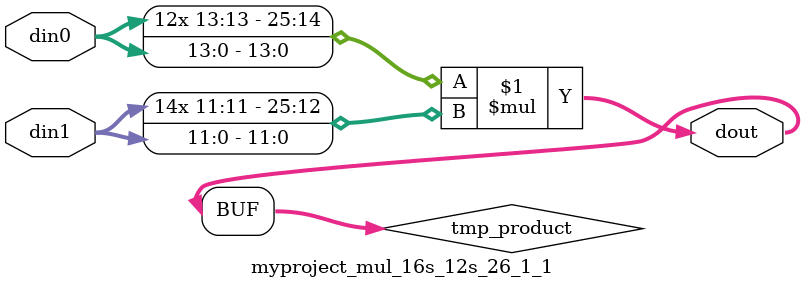
<source format=v>

`timescale 1 ns / 1 ps

 module myproject_mul_16s_12s_26_1_1(din0, din1, dout);
parameter ID = 1;
parameter NUM_STAGE = 0;
parameter din0_WIDTH = 14;
parameter din1_WIDTH = 12;
parameter dout_WIDTH = 26;

input [din0_WIDTH - 1 : 0] din0; 
input [din1_WIDTH - 1 : 0] din1; 
output [dout_WIDTH - 1 : 0] dout;

wire signed [dout_WIDTH - 1 : 0] tmp_product;



























assign tmp_product = $signed(din0) * $signed(din1);








assign dout = tmp_product;





















endmodule

</source>
